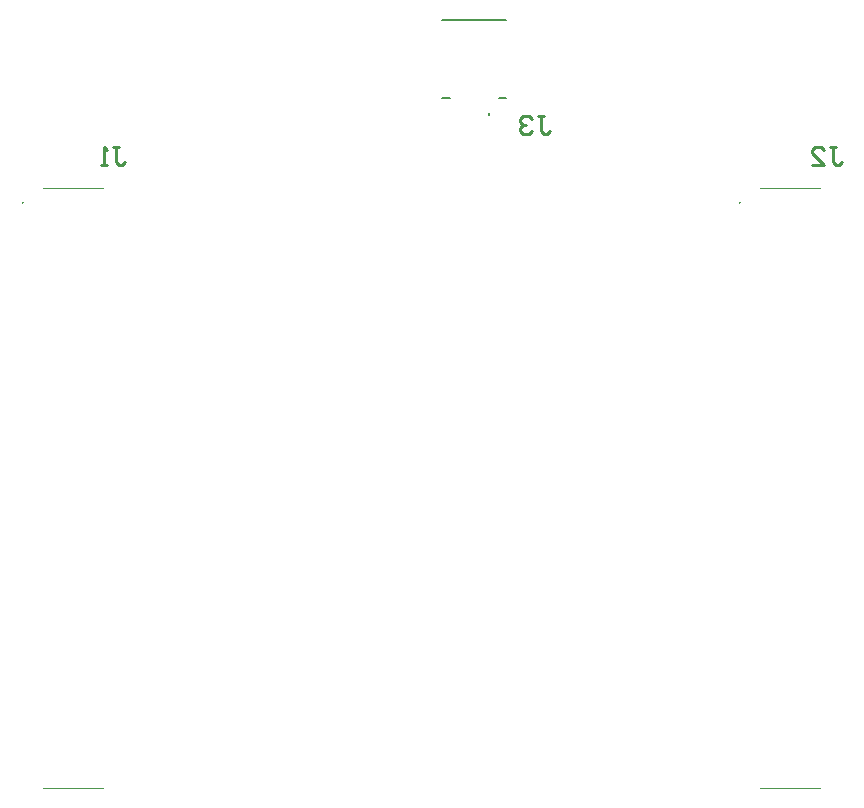
<source format=gbo>
G04*
G04 #@! TF.GenerationSoftware,Altium Limited,Altium Designer,23.11.1 (41)*
G04*
G04 Layer_Color=32896*
%FSLAX25Y25*%
%MOIN*%
G70*
G04*
G04 #@! TF.SameCoordinates,EDA3D6F7-09F2-47E2-B7B7-C676C2FB399E*
G04*
G04*
G04 #@! TF.FilePolarity,Positive*
G04*
G01*
G75*
%ADD10C,0.00394*%
%ADD11C,0.00787*%
%ADD14C,0.01000*%
D10*
X272000Y76800D02*
X292000D01*
X272000Y276800D02*
X292000D01*
X33000D02*
X53000D01*
X33000Y76800D02*
X53000D01*
D11*
X265366Y271997D02*
G03*
X265366Y271997I-197J0D01*
G01*
X26366D02*
G03*
X26366Y271997I-197J0D01*
G01*
X181838Y301332D02*
G03*
X181838Y301726I0J197D01*
G01*
D02*
G03*
X181838Y301332I0J-197D01*
G01*
Y301726D01*
X185106Y306844D02*
X187468D01*
X166209D02*
X168571D01*
X166209Y332828D02*
X187468D01*
D14*
X295501Y290598D02*
X297501D01*
X296501D01*
Y285600D01*
X297501Y284600D01*
X298500D01*
X299500Y285600D01*
X289503Y284600D02*
X293502D01*
X289503Y288599D01*
Y289598D01*
X290503Y290598D01*
X292502D01*
X293502Y289598D01*
X197900Y300999D02*
X199899D01*
X198899D01*
Y296001D01*
X199899Y295001D01*
X200899D01*
X201898Y296001D01*
X195900Y299999D02*
X194901Y300999D01*
X192901D01*
X191902Y299999D01*
Y299000D01*
X192901Y298000D01*
X193901D01*
X192901D01*
X191902Y297000D01*
Y296001D01*
X192901Y295001D01*
X194901D01*
X195900Y296001D01*
X56501Y290598D02*
X58501D01*
X57501D01*
Y285600D01*
X58501Y284600D01*
X59500D01*
X60500Y285600D01*
X54502Y284600D02*
X52503D01*
X53502D01*
Y290598D01*
X54502Y289598D01*
M02*

</source>
